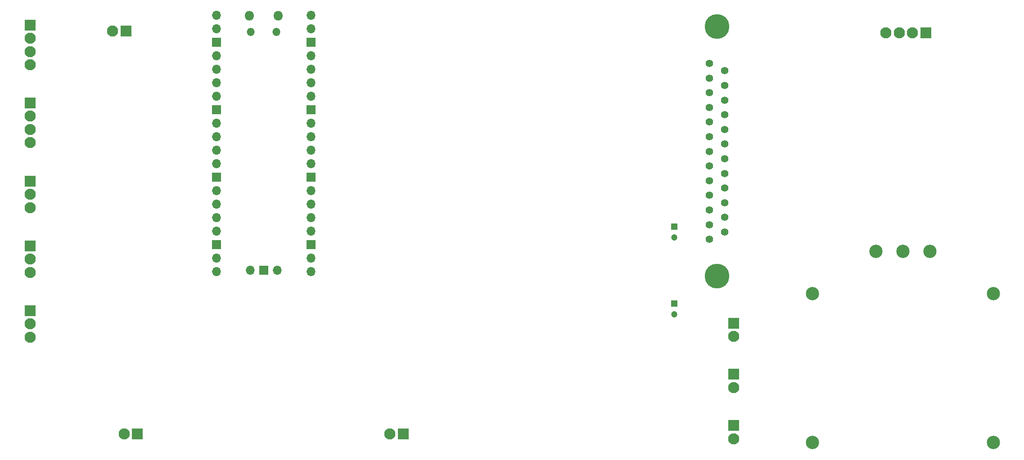
<source format=gbr>
%TF.GenerationSoftware,KiCad,Pcbnew,(6.0.7)*%
%TF.CreationDate,2022-10-24T16:08:39+01:00*%
%TF.ProjectId,controlCircuit,636f6e74-726f-46c4-9369-72637569742e,rev?*%
%TF.SameCoordinates,Original*%
%TF.FileFunction,Soldermask,Bot*%
%TF.FilePolarity,Negative*%
%FSLAX46Y46*%
G04 Gerber Fmt 4.6, Leading zero omitted, Abs format (unit mm)*
G04 Created by KiCad (PCBNEW (6.0.7)) date 2022-10-24 16:08:39*
%MOMM*%
%LPD*%
G01*
G04 APERTURE LIST*
%ADD10C,1.400000*%
%ADD11C,4.650000*%
%ADD12R,2.100000X2.100000*%
%ADD13C,2.100000*%
%ADD14R,1.200000X1.200000*%
%ADD15C,1.200000*%
%ADD16C,2.500000*%
%ADD17O,1.800000X1.800000*%
%ADD18O,1.500000X1.500000*%
%ADD19O,1.700000X1.700000*%
%ADD20R,1.700000X1.700000*%
G04 APERTURE END LIST*
D10*
%TO.C,EXT_CON1*%
X185466000Y-65545500D03*
X185466000Y-68305500D03*
X185466000Y-71065500D03*
X185466000Y-73825500D03*
X185466000Y-76585500D03*
X185466000Y-79345500D03*
X185466000Y-82105500D03*
X185466000Y-84865500D03*
X185466000Y-87625500D03*
X185466000Y-90385500D03*
X185466000Y-93145500D03*
X185466000Y-95905500D03*
X185466000Y-98665500D03*
X188306000Y-66925500D03*
X188306000Y-69685500D03*
X188306000Y-72445500D03*
X188306000Y-75205500D03*
X188306000Y-77965500D03*
X188306000Y-80725500D03*
X188306000Y-83485500D03*
X188306000Y-86245500D03*
X188306000Y-89005500D03*
X188306000Y-91765500D03*
X188306000Y-94525500D03*
X188306000Y-97285500D03*
D11*
X186886000Y-58585500D03*
X186886000Y-105625500D03*
%TD*%
D12*
%TO.C,flags1*%
X57646000Y-87693500D03*
D13*
X57646000Y-90193500D03*
X57646000Y-92693500D03*
%TD*%
D12*
%TO.C,IGBT_1_Gate1*%
X77842000Y-135321500D03*
D13*
X75342000Y-135321500D03*
%TD*%
D12*
%TO.C,I2C_1*%
X57646000Y-72961500D03*
D13*
X57646000Y-75461500D03*
X57646000Y-77961500D03*
X57646000Y-80461500D03*
%TD*%
D12*
%TO.C,I2C1*%
X226154000Y-59760500D03*
D13*
X223654000Y-59760500D03*
X221154000Y-59760500D03*
X218654000Y-59760500D03*
%TD*%
D12*
%TO.C,I2C_0*%
X57646000Y-58315500D03*
D13*
X57646000Y-60815500D03*
X57646000Y-63315500D03*
X57646000Y-65815500D03*
%TD*%
D12*
%TO.C,IGBT_2_Gate1*%
X127839000Y-135321500D03*
D13*
X125339000Y-135321500D03*
%TD*%
D14*
%TO.C,C3*%
X178816000Y-96266000D03*
D15*
X178816000Y-98266000D03*
%TD*%
D16*
%TO.C,J10*%
X226916000Y-100901500D03*
X221836000Y-100901500D03*
X216756000Y-100901500D03*
X238836000Y-136901500D03*
X238836000Y-108901500D03*
X204836000Y-108901500D03*
X204836000Y-136901500D03*
%TD*%
D12*
%TO.C,5VD_supply1*%
X75692000Y-59436000D03*
D13*
X73192000Y-59436000D03*
%TD*%
D12*
%TO.C,12V_supply1*%
X190011000Y-133708500D03*
D13*
X190011000Y-136208500D03*
%TD*%
D12*
%TO.C,FC_V1*%
X190011000Y-114445500D03*
D13*
X190011000Y-116945500D03*
%TD*%
D14*
%TO.C,C4*%
X178816000Y-110744000D03*
D15*
X178816000Y-112744000D03*
%TD*%
D17*
%TO.C,U2*%
X104325000Y-56600500D03*
D18*
X99175000Y-59630500D03*
D17*
X98875000Y-56600500D03*
D18*
X104025000Y-59630500D03*
D19*
X92710000Y-56470500D03*
X92710000Y-59010500D03*
D20*
X92710000Y-61550500D03*
D19*
X92710000Y-64090500D03*
X92710000Y-66630500D03*
X92710000Y-69170500D03*
X92710000Y-71710500D03*
D20*
X92710000Y-74250500D03*
D19*
X92710000Y-76790500D03*
X92710000Y-79330500D03*
X92710000Y-81870500D03*
X92710000Y-84410500D03*
D20*
X92710000Y-86950500D03*
D19*
X92710000Y-89490500D03*
X92710000Y-92030500D03*
X92710000Y-94570500D03*
X92710000Y-97110500D03*
D20*
X92710000Y-99650500D03*
D19*
X92710000Y-102190500D03*
X92710000Y-104730500D03*
X110490000Y-104730500D03*
X110490000Y-102190500D03*
D20*
X110490000Y-99650500D03*
D19*
X110490000Y-97110500D03*
X110490000Y-94570500D03*
X110490000Y-92030500D03*
X110490000Y-89490500D03*
D20*
X110490000Y-86950500D03*
D19*
X110490000Y-84410500D03*
X110490000Y-81870500D03*
X110490000Y-79330500D03*
X110490000Y-76790500D03*
D20*
X110490000Y-74250500D03*
D19*
X110490000Y-71710500D03*
X110490000Y-69170500D03*
X110490000Y-66630500D03*
X110490000Y-64090500D03*
D20*
X110490000Y-61550500D03*
D19*
X110490000Y-59010500D03*
X110490000Y-56470500D03*
X99060000Y-104500500D03*
D20*
X101600000Y-104500500D03*
D19*
X104140000Y-104500500D03*
%TD*%
D12*
%TO.C,UART_1*%
X57646000Y-99885500D03*
D13*
X57646000Y-102385500D03*
X57646000Y-104885500D03*
%TD*%
D12*
%TO.C,UART_0*%
X57646000Y-112077500D03*
D13*
X57646000Y-114577500D03*
X57646000Y-117077500D03*
%TD*%
D12*
%TO.C,5V_supply1*%
X190011000Y-124056500D03*
D13*
X190011000Y-126556500D03*
%TD*%
M02*

</source>
